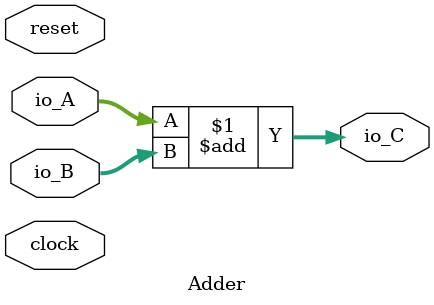
<source format=v>
module Adder(
  input        clock,
  input        reset,
  input  [2:0] io_A,
  input  [2:0] io_B,
  output [2:0] io_C
);
  assign io_C = io_A + io_B; // @[Adder.scala 10:16]
endmodule

</source>
